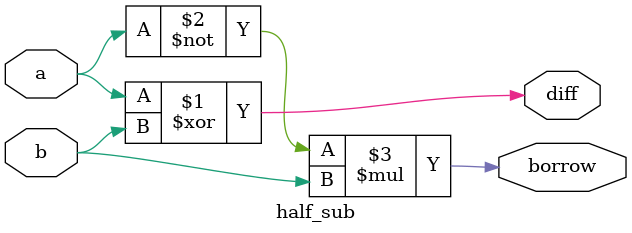
<source format=v>
module half_sub(input a,b,output borrow,diff);
assign diff=a^b;
assign borrow=~a*b;
endmodule




</source>
